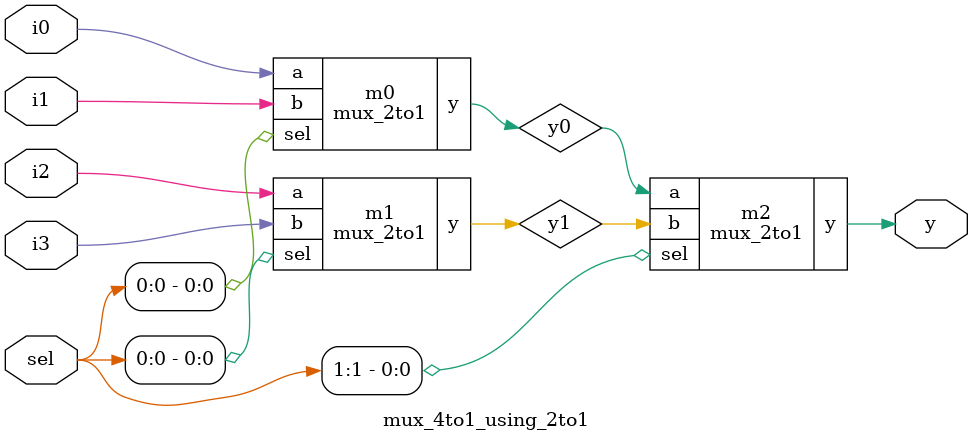
<source format=v>
module mux_2to1 (
    input sel,
    input a, b,
    output y
);
    assign y = sel ? b : a;
endmodule

module mux_4to1_using_2to1 (
    input [1:0] sel,
    input i0, i1, i2, i3,
    output y
);
    wire y0, y1;

    // First stage (2 MUXes)
    mux_2to1 m0 (.sel(sel[0]), .a(i0), .b(i1), .y(y0));
    mux_2to1 m1 (.sel(sel[0]), .a(i2), .b(i3), .y(y1));

    // Second stage (1 MUX)
    mux_2to1 m2 (.sel(sel[1]), .a(y0), .b(y1), .y(y));
endmodule

</source>
